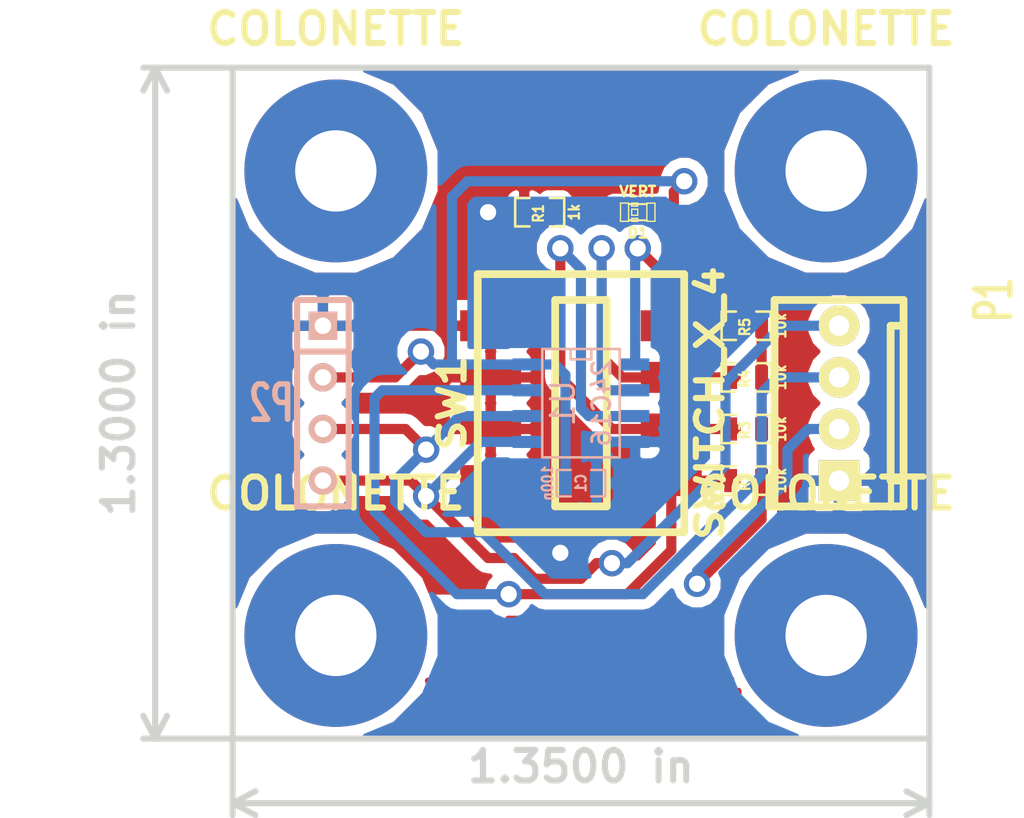
<source format=kicad_pcb>
(kicad_pcb (version 3) (host pcbnew "(2013-07-07 BZR 4022)-stable")

  (general
    (links 29)
    (no_connects 0)
    (area 232.665001 172.1866 283.1973 214.155)
    (thickness 1.6)
    (drawings 5)
    (tracks 129)
    (zones 0)
    (modules 15)
    (nets 10)
  )

  (page A3)
  (layers
    (15 Dessus.Cu signal)
    (0 Dessous.Cu signal)
    (16 Dessous.Adhes user)
    (17 Dessus.Adhes user)
    (18 Dessous.Pate user)
    (19 Dessus.Pate user)
    (20 Dessous.SilkS user)
    (21 Dessus.SilkS user)
    (22 Dessous.Masque user)
    (23 Dessus.Masque user)
    (24 Dessin.User user)
    (25 Cmts.User user)
    (26 Eco1.User user)
    (27 Eco2.User user)
    (28 Contours.Ci user)
  )

  (setup
    (last_trace_width 0.5)
    (user_trace_width 0.35)
    (user_trace_width 0.4)
    (user_trace_width 0.5)
    (user_trace_width 0.6)
    (trace_clearance 0.254)
    (zone_clearance 0.508)
    (zone_45_only no)
    (trace_min 0.254)
    (segment_width 0.2)
    (edge_width 0.1)
    (via_size 0.889)
    (via_drill 0.635)
    (via_min_size 0.889)
    (via_min_drill 0.508)
    (user_via 1.3 0.8)
    (uvia_size 0.508)
    (uvia_drill 0.127)
    (uvias_allowed no)
    (uvia_min_size 0.508)
    (uvia_min_drill 0.127)
    (pcb_text_width 0.3)
    (pcb_text_size 1.5 1.5)
    (mod_edge_width 0.15)
    (mod_text_size 1 1)
    (mod_text_width 0.15)
    (pad_size 1.5 1.5)
    (pad_drill 0.6)
    (pad_to_mask_clearance 0)
    (aux_axis_origin 0 0)
    (visible_elements 7FFF7FFF)
    (pcbplotparams
      (layerselection 3178497)
      (usegerberextensions true)
      (excludeedgelayer true)
      (linewidth 0.150000)
      (plotframeref false)
      (viasonmask false)
      (mode 1)
      (useauxorigin false)
      (hpglpennumber 1)
      (hpglpenspeed 20)
      (hpglpendiameter 15)
      (hpglpenoverlay 2)
      (psnegative false)
      (psa4output false)
      (plotreference true)
      (plotvalue true)
      (plotothertext true)
      (plotinvisibletext false)
      (padsonsilk false)
      (subtractmaskfromsilk false)
      (outputformat 1)
      (mirror false)
      (drillshape 1)
      (scaleselection 1)
      (outputdirectory ""))
  )

  (net 0 "")
  (net 1 +5VD)
  (net 2 /SCL)
  (net 3 /SDA)
  (net 4 /WP)
  (net 5 GND)
  (net 6 N-000001)
  (net 7 N-0000011)
  (net 8 N-0000012)
  (net 9 N-0000013)

  (net_class Default "Ceci est la Netclass par défaut"
    (clearance 0.254)
    (trace_width 0.254)
    (via_dia 0.889)
    (via_drill 0.635)
    (uvia_dia 0.508)
    (uvia_drill 0.127)
    (add_net "")
    (add_net +5VD)
    (add_net /SCL)
    (add_net /SDA)
    (add_net /WP)
    (add_net GND)
    (add_net N-000001)
    (add_net N-0000011)
    (add_net N-0000012)
    (add_net N-0000013)
  )

  (module SWCMS4 (layer Dessus.Cu) (tedit 531CDACB) (tstamp 53C83336)
    (at 261.62 191.77 270)
    (descr "Switch CMS 4 elements")
    (tags "SWITCH DEV")
    (path /53C832E9)
    (fp_text reference SW1 (at 0 6.35 270) (layer Dessus.SilkS)
      (effects (font (size 1.27 1.524) (thickness 0.3048)))
    )
    (fp_text value SWITCH_X_4 (at 0 -6.35 270) (layer Dessus.SilkS)
      (effects (font (size 1.27 1.524) (thickness 0.3048)))
    )
    (fp_line (start 5.08 -1.27) (end 5.08 1.27) (layer Dessus.SilkS) (width 0.381))
    (fp_line (start 5.08 1.27) (end -5.08 1.27) (layer Dessus.SilkS) (width 0.381))
    (fp_line (start -5.08 1.27) (end -5.08 -1.27) (layer Dessus.SilkS) (width 0.381))
    (fp_line (start -5.08 -1.27) (end 5.08 -1.27) (layer Dessus.SilkS) (width 0.381))
    (fp_line (start -6.35 5.08) (end -6.35 -5.08) (layer Dessus.SilkS) (width 0.381))
    (fp_line (start -6.35 -5.08) (end 6.35 -5.08) (layer Dessus.SilkS) (width 0.381))
    (fp_line (start 6.35 -5.08) (end 6.35 5.08) (layer Dessus.SilkS) (width 0.381))
    (fp_line (start 6.35 5.08) (end -6.35 5.08) (layer Dessus.SilkS) (width 0.381))
    (pad 1 smd rect (at -3.81 4.445 270) (size 1.524 3)
      (layers Dessus.Cu Dessus.Pate Dessus.Masque)
      (net 5 GND)
    )
    (pad 2 smd rect (at -1.27 4.445 270) (size 1.524 3)
      (layers Dessus.Cu Dessus.Pate Dessus.Masque)
      (net 5 GND)
    )
    (pad 3 smd rect (at 1.27 4.445 270) (size 1.524 3)
      (layers Dessus.Cu Dessus.Pate Dessus.Masque)
      (net 5 GND)
    )
    (pad 4 smd rect (at 3.81 4.445 270) (size 1.524 3)
      (layers Dessus.Cu Dessus.Pate Dessus.Masque)
      (net 5 GND)
    )
    (pad 5 smd rect (at 3.81 -4.445 270) (size 1.524 3)
      (layers Dessus.Cu Dessus.Pate Dessus.Masque)
      (net 4 /WP)
    )
    (pad 6 smd rect (at 1.27 -4.445 270) (size 1.524 3)
      (layers Dessus.Cu Dessus.Pate Dessus.Masque)
      (net 7 N-0000011)
    )
    (pad 7 smd rect (at -1.27 -4.445 270) (size 1.524 3)
      (layers Dessus.Cu Dessus.Pate Dessus.Masque)
      (net 8 N-0000012)
    )
    (pad 8 smd rect (at -3.81 -4.445 270) (size 1.524 3)
      (layers Dessus.Cu Dessus.Pate Dessus.Masque)
      (net 9 N-0000013)
    )
    (model ../../git-f4deb-cen-electronic-library/wings/CMS-ds04.wrl
      (at (xyz 0 0 0))
      (scale (xyz 1 1 1))
      (rotate (xyz 0 0 0))
    )
  )

  (module SO8E (layer Dessous.Cu) (tedit 4F33A5C7) (tstamp 53C8334A)
    (at 261.62 191.77 270)
    (descr "module CMS SOJ 8 pins etroit")
    (tags "CMS SOJ")
    (path /53C832AF)
    (attr smd)
    (fp_text reference U1 (at 0 0.889 270) (layer Dessous.SilkS)
      (effects (font (size 1.143 1.143) (thickness 0.1524)) (justify mirror))
    )
    (fp_text value 24C16 (at 0 -1.016 270) (layer Dessous.SilkS)
      (effects (font (size 0.889 0.889) (thickness 0.1524)) (justify mirror))
    )
    (fp_line (start -2.667 -1.778) (end -2.667 -1.905) (layer Dessous.SilkS) (width 0.127))
    (fp_line (start -2.667 -1.905) (end 2.667 -1.905) (layer Dessous.SilkS) (width 0.127))
    (fp_line (start 2.667 1.905) (end -2.667 1.905) (layer Dessous.SilkS) (width 0.127))
    (fp_line (start -2.667 1.905) (end -2.667 -1.778) (layer Dessous.SilkS) (width 0.127))
    (fp_line (start -2.667 0.508) (end -2.159 0.508) (layer Dessous.SilkS) (width 0.127))
    (fp_line (start -2.159 0.508) (end -2.159 -0.508) (layer Dessous.SilkS) (width 0.127))
    (fp_line (start -2.159 -0.508) (end -2.667 -0.508) (layer Dessous.SilkS) (width 0.127))
    (fp_line (start 2.667 1.905) (end 2.667 -1.905) (layer Dessous.SilkS) (width 0.127))
    (pad 8 smd rect (at -1.905 2.667 270) (size 0.59944 1.39954)
      (layers Dessous.Cu Dessous.Pate Dessous.Masque)
      (net 1 +5VD)
    )
    (pad 1 smd rect (at -1.905 -2.667 270) (size 0.59944 1.39954)
      (layers Dessous.Cu Dessous.Pate Dessous.Masque)
      (net 9 N-0000013)
    )
    (pad 7 smd rect (at -0.635 2.667 270) (size 0.59944 1.39954)
      (layers Dessous.Cu Dessous.Pate Dessous.Masque)
      (net 4 /WP)
    )
    (pad 6 smd rect (at 0.635 2.667 270) (size 0.59944 1.39954)
      (layers Dessous.Cu Dessous.Pate Dessous.Masque)
      (net 2 /SCL)
    )
    (pad 5 smd rect (at 1.905 2.667 270) (size 0.59944 1.39954)
      (layers Dessous.Cu Dessous.Pate Dessous.Masque)
      (net 3 /SDA)
    )
    (pad 2 smd rect (at -0.635 -2.667 270) (size 0.59944 1.39954)
      (layers Dessous.Cu Dessous.Pate Dessous.Masque)
      (net 8 N-0000012)
    )
    (pad 3 smd rect (at 0.635 -2.667 270) (size 0.59944 1.39954)
      (layers Dessous.Cu Dessous.Pate Dessous.Masque)
      (net 7 N-0000011)
    )
    (pad 4 smd rect (at 1.905 -2.667 270) (size 0.59944 1.39954)
      (layers Dessous.Cu Dessous.Pate Dessous.Masque)
      (net 5 GND)
    )
    (model smd/cms_so8.wrl
      (at (xyz 0 0 0))
      (scale (xyz 0.5 0.32 0.5))
      (rotate (xyz 0 0 0))
    )
  )

  (module SM0603_Resistor (layer Dessus.Cu) (tedit 5051B21B) (tstamp 53C83356)
    (at 269.748 193.04 180)
    (path /53C83302)
    (attr smd)
    (fp_text reference R3 (at 0.0635 -0.0635 270) (layer Dessus.SilkS)
      (effects (font (size 0.50038 0.4572) (thickness 0.1143)))
    )
    (fp_text value 10k (at -1.69926 0 270) (layer Dessus.SilkS)
      (effects (font (size 0.508 0.4572) (thickness 0.1143)))
    )
    (fp_line (start -0.50038 -0.6985) (end -1.2065 -0.6985) (layer Dessus.SilkS) (width 0.127))
    (fp_line (start -1.2065 -0.6985) (end -1.2065 0.6985) (layer Dessus.SilkS) (width 0.127))
    (fp_line (start -1.2065 0.6985) (end -0.50038 0.6985) (layer Dessus.SilkS) (width 0.127))
    (fp_line (start 1.2065 -0.6985) (end 0.50038 -0.6985) (layer Dessus.SilkS) (width 0.127))
    (fp_line (start 1.2065 -0.6985) (end 1.2065 0.6985) (layer Dessus.SilkS) (width 0.127))
    (fp_line (start 1.2065 0.6985) (end 0.50038 0.6985) (layer Dessus.SilkS) (width 0.127))
    (pad 1 smd rect (at -0.762 0 180) (size 0.635 1.143)
      (layers Dessus.Cu Dessus.Pate Dessus.Masque)
      (net 1 +5VD)
    )
    (pad 2 smd rect (at 0.762 0 180) (size 0.635 1.143)
      (layers Dessus.Cu Dessus.Pate Dessus.Masque)
      (net 7 N-0000011)
    )
    (model smd\resistors\R0603.wrl
      (at (xyz 0 0 0.001))
      (scale (xyz 0.5 0.5 0.5))
      (rotate (xyz 0 0 0))
    )
  )

  (module SM0603_Resistor (layer Dessus.Cu) (tedit 5051B21B) (tstamp 53C8363C)
    (at 269.748 190.5 180)
    (path /53C83311)
    (attr smd)
    (fp_text reference R4 (at 0.0635 -0.0635 270) (layer Dessus.SilkS)
      (effects (font (size 0.50038 0.4572) (thickness 0.1143)))
    )
    (fp_text value 10k (at -1.69926 0 270) (layer Dessus.SilkS)
      (effects (font (size 0.508 0.4572) (thickness 0.1143)))
    )
    (fp_line (start -0.50038 -0.6985) (end -1.2065 -0.6985) (layer Dessus.SilkS) (width 0.127))
    (fp_line (start -1.2065 -0.6985) (end -1.2065 0.6985) (layer Dessus.SilkS) (width 0.127))
    (fp_line (start -1.2065 0.6985) (end -0.50038 0.6985) (layer Dessus.SilkS) (width 0.127))
    (fp_line (start 1.2065 -0.6985) (end 0.50038 -0.6985) (layer Dessus.SilkS) (width 0.127))
    (fp_line (start 1.2065 -0.6985) (end 1.2065 0.6985) (layer Dessus.SilkS) (width 0.127))
    (fp_line (start 1.2065 0.6985) (end 0.50038 0.6985) (layer Dessus.SilkS) (width 0.127))
    (pad 1 smd rect (at -0.762 0 180) (size 0.635 1.143)
      (layers Dessus.Cu Dessus.Pate Dessus.Masque)
      (net 1 +5VD)
    )
    (pad 2 smd rect (at 0.762 0 180) (size 0.635 1.143)
      (layers Dessus.Cu Dessus.Pate Dessus.Masque)
      (net 8 N-0000012)
    )
    (model smd\resistors\R0603.wrl
      (at (xyz 0 0 0.001))
      (scale (xyz 0.5 0.5 0.5))
      (rotate (xyz 0 0 0))
    )
  )

  (module SM0603_Resistor (layer Dessus.Cu) (tedit 5051B21B) (tstamp 53C8336E)
    (at 269.748 187.96 180)
    (path /53C83320)
    (attr smd)
    (fp_text reference R5 (at 0.0635 -0.0635 270) (layer Dessus.SilkS)
      (effects (font (size 0.50038 0.4572) (thickness 0.1143)))
    )
    (fp_text value 10k (at -1.69926 0 270) (layer Dessus.SilkS)
      (effects (font (size 0.508 0.4572) (thickness 0.1143)))
    )
    (fp_line (start -0.50038 -0.6985) (end -1.2065 -0.6985) (layer Dessus.SilkS) (width 0.127))
    (fp_line (start -1.2065 -0.6985) (end -1.2065 0.6985) (layer Dessus.SilkS) (width 0.127))
    (fp_line (start -1.2065 0.6985) (end -0.50038 0.6985) (layer Dessus.SilkS) (width 0.127))
    (fp_line (start 1.2065 -0.6985) (end 0.50038 -0.6985) (layer Dessus.SilkS) (width 0.127))
    (fp_line (start 1.2065 -0.6985) (end 1.2065 0.6985) (layer Dessus.SilkS) (width 0.127))
    (fp_line (start 1.2065 0.6985) (end 0.50038 0.6985) (layer Dessus.SilkS) (width 0.127))
    (pad 1 smd rect (at -0.762 0 180) (size 0.635 1.143)
      (layers Dessus.Cu Dessus.Pate Dessus.Masque)
      (net 1 +5VD)
    )
    (pad 2 smd rect (at 0.762 0 180) (size 0.635 1.143)
      (layers Dessus.Cu Dessus.Pate Dessus.Masque)
      (net 9 N-0000013)
    )
    (model smd\resistors\R0603.wrl
      (at (xyz 0 0 0.001))
      (scale (xyz 0.5 0.5 0.5))
      (rotate (xyz 0 0 0))
    )
  )

  (module SM0603_Resistor (layer Dessus.Cu) (tedit 5051B21B) (tstamp 53C8337A)
    (at 269.748 195.58 180)
    (path /53C8332F)
    (attr smd)
    (fp_text reference R2 (at 0.0635 -0.0635 270) (layer Dessus.SilkS)
      (effects (font (size 0.50038 0.4572) (thickness 0.1143)))
    )
    (fp_text value 10k (at -1.69926 0 270) (layer Dessus.SilkS)
      (effects (font (size 0.508 0.4572) (thickness 0.1143)))
    )
    (fp_line (start -0.50038 -0.6985) (end -1.2065 -0.6985) (layer Dessus.SilkS) (width 0.127))
    (fp_line (start -1.2065 -0.6985) (end -1.2065 0.6985) (layer Dessus.SilkS) (width 0.127))
    (fp_line (start -1.2065 0.6985) (end -0.50038 0.6985) (layer Dessus.SilkS) (width 0.127))
    (fp_line (start 1.2065 -0.6985) (end 0.50038 -0.6985) (layer Dessus.SilkS) (width 0.127))
    (fp_line (start 1.2065 -0.6985) (end 1.2065 0.6985) (layer Dessus.SilkS) (width 0.127))
    (fp_line (start 1.2065 0.6985) (end 0.50038 0.6985) (layer Dessus.SilkS) (width 0.127))
    (pad 1 smd rect (at -0.762 0 180) (size 0.635 1.143)
      (layers Dessus.Cu Dessus.Pate Dessus.Masque)
      (net 1 +5VD)
    )
    (pad 2 smd rect (at 0.762 0 180) (size 0.635 1.143)
      (layers Dessus.Cu Dessus.Pate Dessus.Masque)
      (net 4 /WP)
    )
    (model smd\resistors\R0603.wrl
      (at (xyz 0 0 0.001))
      (scale (xyz 0.5 0.5 0.5))
      (rotate (xyz 0 0 0))
    )
  )

  (module SM0603_Resistor (layer Dessus.Cu) (tedit 5051B21B) (tstamp 53C83386)
    (at 259.588 182.372 180)
    (path /53C83659)
    (attr smd)
    (fp_text reference R1 (at 0.0635 -0.0635 270) (layer Dessus.SilkS)
      (effects (font (size 0.50038 0.4572) (thickness 0.1143)))
    )
    (fp_text value 1k (at -1.69926 0 270) (layer Dessus.SilkS)
      (effects (font (size 0.508 0.4572) (thickness 0.1143)))
    )
    (fp_line (start -0.50038 -0.6985) (end -1.2065 -0.6985) (layer Dessus.SilkS) (width 0.127))
    (fp_line (start -1.2065 -0.6985) (end -1.2065 0.6985) (layer Dessus.SilkS) (width 0.127))
    (fp_line (start -1.2065 0.6985) (end -0.50038 0.6985) (layer Dessus.SilkS) (width 0.127))
    (fp_line (start 1.2065 -0.6985) (end 0.50038 -0.6985) (layer Dessus.SilkS) (width 0.127))
    (fp_line (start 1.2065 -0.6985) (end 1.2065 0.6985) (layer Dessus.SilkS) (width 0.127))
    (fp_line (start 1.2065 0.6985) (end 0.50038 0.6985) (layer Dessus.SilkS) (width 0.127))
    (pad 1 smd rect (at -0.762 0 180) (size 0.635 1.143)
      (layers Dessus.Cu Dessus.Pate Dessus.Masque)
      (net 6 N-000001)
    )
    (pad 2 smd rect (at 0.762 0 180) (size 0.635 1.143)
      (layers Dessus.Cu Dessus.Pate Dessus.Masque)
      (net 5 GND)
    )
    (model smd\resistors\R0603.wrl
      (at (xyz 0 0 0.001))
      (scale (xyz 0.5 0.5 0.5))
      (rotate (xyz 0 0 0))
    )
  )

  (module SM0603_Capa (layer Dessous.Cu) (tedit 5051B1EC) (tstamp 53C83392)
    (at 261.62 195.707)
    (path /53C83743)
    (attr smd)
    (fp_text reference C1 (at 0 0 270) (layer Dessous.SilkS)
      (effects (font (size 0.508 0.4572) (thickness 0.1143)) (justify mirror))
    )
    (fp_text value 100n (at -1.651 0 270) (layer Dessous.SilkS)
      (effects (font (size 0.508 0.4572) (thickness 0.1143)) (justify mirror))
    )
    (fp_line (start 0.50038 -0.65024) (end 1.19888 -0.65024) (layer Dessous.SilkS) (width 0.11938))
    (fp_line (start -0.50038 -0.65024) (end -1.19888 -0.65024) (layer Dessous.SilkS) (width 0.11938))
    (fp_line (start 0.50038 0.65024) (end 1.19888 0.65024) (layer Dessous.SilkS) (width 0.11938))
    (fp_line (start -1.19888 0.65024) (end -0.50038 0.65024) (layer Dessous.SilkS) (width 0.11938))
    (fp_line (start 1.19888 0.635) (end 1.19888 -0.635) (layer Dessous.SilkS) (width 0.11938))
    (fp_line (start -1.19888 -0.635) (end -1.19888 0.635) (layer Dessous.SilkS) (width 0.11938))
    (pad 1 smd rect (at -0.762 0) (size 0.635 1.143)
      (layers Dessous.Cu Dessous.Pate Dessous.Masque)
      (net 1 +5VD)
    )
    (pad 2 smd rect (at 0.762 0) (size 0.635 1.143)
      (layers Dessous.Cu Dessous.Pate Dessous.Masque)
      (net 5 GND)
    )
    (model smd\capacitors\C0603.wrl
      (at (xyz 0 0 0.001))
      (scale (xyz 0.5 0.5 0.5))
      (rotate (xyz 0 0 0))
    )
  )

  (module LED-0603 (layer Dessus.Cu) (tedit 4E16AFB4) (tstamp 53C833AE)
    (at 264.414 182.372 180)
    (descr "LED 0603 smd package")
    (tags "LED led 0603 SMD smd SMT smt smdled SMDLED smtled SMTLED")
    (path /53C83668)
    (attr smd)
    (fp_text reference D1 (at 0 -1.016 180) (layer Dessus.SilkS)
      (effects (font (size 0.508 0.508) (thickness 0.127)))
    )
    (fp_text value VERT (at 0 1.016 180) (layer Dessus.SilkS)
      (effects (font (size 0.508 0.508) (thickness 0.127)))
    )
    (fp_line (start 0.44958 -0.44958) (end 0.44958 0.44958) (layer Dessus.SilkS) (width 0.06604))
    (fp_line (start 0.44958 0.44958) (end 0.84836 0.44958) (layer Dessus.SilkS) (width 0.06604))
    (fp_line (start 0.84836 -0.44958) (end 0.84836 0.44958) (layer Dessus.SilkS) (width 0.06604))
    (fp_line (start 0.44958 -0.44958) (end 0.84836 -0.44958) (layer Dessus.SilkS) (width 0.06604))
    (fp_line (start -0.84836 -0.44958) (end -0.84836 0.44958) (layer Dessus.SilkS) (width 0.06604))
    (fp_line (start -0.84836 0.44958) (end -0.44958 0.44958) (layer Dessus.SilkS) (width 0.06604))
    (fp_line (start -0.44958 -0.44958) (end -0.44958 0.44958) (layer Dessus.SilkS) (width 0.06604))
    (fp_line (start -0.84836 -0.44958) (end -0.44958 -0.44958) (layer Dessus.SilkS) (width 0.06604))
    (fp_line (start 0 -0.44958) (end 0 -0.29972) (layer Dessus.SilkS) (width 0.06604))
    (fp_line (start 0 -0.29972) (end 0.29972 -0.29972) (layer Dessus.SilkS) (width 0.06604))
    (fp_line (start 0.29972 -0.44958) (end 0.29972 -0.29972) (layer Dessus.SilkS) (width 0.06604))
    (fp_line (start 0 -0.44958) (end 0.29972 -0.44958) (layer Dessus.SilkS) (width 0.06604))
    (fp_line (start 0 0.29972) (end 0 0.44958) (layer Dessus.SilkS) (width 0.06604))
    (fp_line (start 0 0.44958) (end 0.29972 0.44958) (layer Dessus.SilkS) (width 0.06604))
    (fp_line (start 0.29972 0.29972) (end 0.29972 0.44958) (layer Dessus.SilkS) (width 0.06604))
    (fp_line (start 0 0.29972) (end 0.29972 0.29972) (layer Dessus.SilkS) (width 0.06604))
    (fp_line (start 0 -0.14986) (end 0 0.14986) (layer Dessus.SilkS) (width 0.06604))
    (fp_line (start 0 0.14986) (end 0.29972 0.14986) (layer Dessus.SilkS) (width 0.06604))
    (fp_line (start 0.29972 -0.14986) (end 0.29972 0.14986) (layer Dessus.SilkS) (width 0.06604))
    (fp_line (start 0 -0.14986) (end 0.29972 -0.14986) (layer Dessus.SilkS) (width 0.06604))
    (fp_line (start 0.44958 -0.39878) (end -0.44958 -0.39878) (layer Dessus.SilkS) (width 0.1016))
    (fp_line (start 0.44958 0.39878) (end -0.44958 0.39878) (layer Dessus.SilkS) (width 0.1016))
    (pad 1 smd rect (at -0.7493 0 180) (size 0.79756 0.79756)
      (layers Dessus.Cu Dessus.Pate Dessus.Masque)
      (net 1 +5VD)
    )
    (pad 2 smd rect (at 0.7493 0 180) (size 0.79756 0.79756)
      (layers Dessus.Cu Dessus.Pate Dessus.Masque)
      (net 6 N-000001)
    )
    (model ../../git-f4deb-cen-electronic-library/wings/LED_0603_VERT.wrl
      (at (xyz 0 0 0))
      (scale (xyz 1 1 1))
      (rotate (xyz 0 0 0))
    )
  )

  (module KK-4 (layer Dessus.Cu) (tedit 4A107EDD) (tstamp 53C833BD)
    (at 274.32 187.96 270)
    (descr "Connecteur 4 pibs")
    (tags "CONN DEV")
    (path /53C834FF)
    (fp_text reference P1 (at -1.27 -7.62 270) (layer Dessus.SilkS)
      (effects (font (size 1.73482 1.08712) (thickness 0.27178)))
    )
    (fp_text value CONN_4 (at -5.08 -5.08 270) (layer Dessus.SilkS) hide
      (effects (font (size 1.524 1.016) (thickness 0.3048)))
    )
    (fp_line (start 7.62 -3.175) (end 7.62 -2.54) (layer Dessus.SilkS) (width 0.381))
    (fp_line (start 7.62 -2.54) (end 0 -2.54) (layer Dessus.SilkS) (width 0.381))
    (fp_line (start 0 -2.54) (end 0 -3.175) (layer Dessus.SilkS) (width 0.381))
    (fp_line (start -1.27 3.175) (end 8.89 3.175) (layer Dessus.SilkS) (width 0.381))
    (fp_line (start 8.89 3.175) (end 8.89 -3.175) (layer Dessus.SilkS) (width 0.381))
    (fp_line (start 8.89 -3.175) (end -1.27 -3.175) (layer Dessus.SilkS) (width 0.381))
    (fp_line (start -1.27 -3.175) (end -1.27 3.175) (layer Dessus.SilkS) (width 0.381))
    (pad 1 thru_hole rect (at 7.62 0 270) (size 1.99898 1.99898) (drill 1.00076)
      (layers *.Cu *.Mask Dessus.SilkS)
      (net 5 GND)
    )
    (pad 2 thru_hole circle (at 5.08 0 270) (size 1.99898 1.99898) (drill 1.00076)
      (layers *.Cu *.Mask Dessus.SilkS)
      (net 1 +5VD)
    )
    (pad 3 thru_hole circle (at 2.54 0 270) (size 1.99898 1.99898) (drill 1.00076)
      (layers *.Cu *.Mask Dessus.SilkS)
      (net 2 /SCL)
    )
    (pad 4 thru_hole circle (at 0 0 270) (size 1.99898 1.99898) (drill 1.00076)
      (layers *.Cu *.Mask Dessus.SilkS)
      (net 3 /SDA)
    )
    (model ../../git-f4deb-cen-electronic-library/wings/KK-4.wrl
      (at (xyz 0 0 0))
      (scale (xyz 1 1 1))
      (rotate (xyz 0 0 0))
    )
  )

  (module COLONETTE (layer Dessus.Cu) (tedit 4FCFB52D) (tstamp 53C833D1)
    (at 273.685 180.34)
    (path /53C83A1A)
    (fp_text reference K1 (at 0 0) (layer Dessus.SilkS)
      (effects (font (size 1.524 1.524) (thickness 0.3048)))
    )
    (fp_text value COLONETTE (at 0 -6.985) (layer Dessus.SilkS)
      (effects (font (size 1.524 1.524) (thickness 0.3048)))
    )
    (pad 1 thru_hole circle (at 0 0) (size 8.99922 8.99922) (drill 4.0005)
      (layers *.Cu)
    )
    (model ../../git-f4deb-cen-electronic-library/wings/Colonette1.wrl
      (at (xyz 0 0 0))
      (scale (xyz 1 1 1))
      (rotate (xyz 0 0 0))
    )
  )

  (module COLONETTE (layer Dessus.Cu) (tedit 4FCFB52D) (tstamp 53C833D6)
    (at 273.685 203.2)
    (path /53C83A29)
    (fp_text reference K3 (at 0 0) (layer Dessus.SilkS)
      (effects (font (size 1.524 1.524) (thickness 0.3048)))
    )
    (fp_text value COLONETTE (at 0 -6.985) (layer Dessus.SilkS)
      (effects (font (size 1.524 1.524) (thickness 0.3048)))
    )
    (pad 1 thru_hole circle (at 0 0) (size 8.99922 8.99922) (drill 4.0005)
      (layers *.Cu)
    )
    (model ../../git-f4deb-cen-electronic-library/wings/Colonette1.wrl
      (at (xyz 0 0 0))
      (scale (xyz 1 1 1))
      (rotate (xyz 0 0 0))
    )
  )

  (module COLONETTE (layer Dessus.Cu) (tedit 4FCFB52D) (tstamp 53C833DB)
    (at 249.555 180.34)
    (path /53C83A38)
    (fp_text reference K2 (at 0 0) (layer Dessus.SilkS)
      (effects (font (size 1.524 1.524) (thickness 0.3048)))
    )
    (fp_text value COLONETTE (at 0 -6.985) (layer Dessus.SilkS)
      (effects (font (size 1.524 1.524) (thickness 0.3048)))
    )
    (pad 1 thru_hole circle (at 0 0) (size 8.99922 8.99922) (drill 4.0005)
      (layers *.Cu)
    )
    (model ../../git-f4deb-cen-electronic-library/wings/Colonette1.wrl
      (at (xyz 0 0 0))
      (scale (xyz 1 1 1))
      (rotate (xyz 0 0 0))
    )
  )

  (module COLONETTE (layer Dessus.Cu) (tedit 4FCFB52D) (tstamp 53C833E0)
    (at 249.555 203.2)
    (path /53C83A47)
    (fp_text reference K4 (at 0 0) (layer Dessus.SilkS)
      (effects (font (size 1.524 1.524) (thickness 0.3048)))
    )
    (fp_text value COLONETTE (at 0 -6.985) (layer Dessus.SilkS)
      (effects (font (size 1.524 1.524) (thickness 0.3048)))
    )
    (pad 1 thru_hole circle (at 0 0) (size 8.99922 8.99922) (drill 4.0005)
      (layers *.Cu)
    )
    (model ../../git-f4deb-cen-electronic-library/wings/Colonette1.wrl
      (at (xyz 0 0 0))
      (scale (xyz 1 1 1))
      (rotate (xyz 0 0 0))
    )
  )

  (module SIL-4 (layer Dessous.Cu) (tedit 53C841EB) (tstamp 53C833CC)
    (at 248.92 191.77 270)
    (descr "Connecteur 4 pibs")
    (tags "CONN DEV")
    (path /53C83AE7)
    (fp_text reference P2 (at 0 2.54 360) (layer Dessous.SilkS)
      (effects (font (size 1.73482 1.08712) (thickness 0.3048)) (justify mirror))
    )
    (fp_text value CONN_4 (at 0 2.54 270) (layer Dessous.SilkS) hide
      (effects (font (size 1.524 1.016) (thickness 0.3048)) (justify mirror))
    )
    (fp_line (start -5.08 1.27) (end -5.08 1.27) (layer Dessous.SilkS) (width 0.3048))
    (fp_line (start -5.08 -1.27) (end -5.08 1.27) (layer Dessous.SilkS) (width 0.3048))
    (fp_line (start -5.08 1.27) (end -5.08 1.27) (layer Dessous.SilkS) (width 0.3048))
    (fp_line (start -5.08 1.27) (end 5.08 1.27) (layer Dessous.SilkS) (width 0.3048))
    (fp_line (start 5.08 1.27) (end 5.08 -1.27) (layer Dessous.SilkS) (width 0.3048))
    (fp_line (start 5.08 -1.27) (end -5.08 -1.27) (layer Dessous.SilkS) (width 0.3048))
    (fp_line (start -2.54 -1.27) (end -2.54 1.27) (layer Dessous.SilkS) (width 0.3048))
    (pad 1 thru_hole rect (at -3.81 0 270) (size 1.397 1.397) (drill 0.8128)
      (layers *.Cu *.Mask Dessous.SilkS)
      (net 5 GND)
    )
    (pad 2 thru_hole circle (at -1.27 0 270) (size 1.397 1.397) (drill 0.8128)
      (layers *.Cu *.Mask Dessous.SilkS)
      (net 1 +5VD)
    )
    (pad 3 thru_hole circle (at 1.27 0 270) (size 1.397 1.397) (drill 0.8128)
      (layers *.Cu *.Mask Dessous.SilkS)
      (net 2 /SCL)
    )
    (pad 4 thru_hole circle (at 3.81 0 270) (size 1.397 1.397) (drill 0.8128)
      (layers *.Cu *.Mask Dessous.SilkS)
      (net 3 /SDA)
    )
    (model ../../git-f4deb-cen-electronic-library/wings/socket_1x4.wrl
      (at (xyz -0.1 0 0))
      (scale (xyz 1 1 1))
      (rotate (xyz 0 0 90))
    )
  )

  (dimension 33.02 (width 0.3) (layer Contours.Ci)
    (gr_text "33,020 mm" (at 239.315 191.77 90) (layer Contours.Ci)
      (effects (font (size 1.5 1.5) (thickness 0.3)))
    )
    (feature1 (pts (xy 278.765 175.26) (xy 237.965 175.26)))
    (feature2 (pts (xy 278.765 208.28) (xy 237.965 208.28)))
    (crossbar (pts (xy 240.665 208.28) (xy 240.665 175.26)))
    (arrow1a (pts (xy 240.665 175.26) (xy 241.25142 176.386503)))
    (arrow1b (pts (xy 240.665 175.26) (xy 240.07858 176.386503)))
    (arrow2a (pts (xy 240.665 208.28) (xy 241.25142 207.153497)))
    (arrow2b (pts (xy 240.665 208.28) (xy 240.07858 207.153497)))
  )
  (dimension 34.29 (width 0.3) (layer Contours.Ci)
    (gr_text "34,290 mm" (at 261.619999 212.804999) (layer Contours.Ci)
      (effects (font (size 1.5 1.5) (thickness 0.3)))
    )
    (feature1 (pts (xy 278.765 175.26) (xy 278.764999 214.154999)))
    (feature2 (pts (xy 244.475 175.26) (xy 244.474999 214.154999)))
    (crossbar (pts (xy 244.474999 211.454999) (xy 278.764999 211.454999)))
    (arrow1a (pts (xy 278.764999 211.454999) (xy 277.638496 212.041419)))
    (arrow1b (pts (xy 278.764999 211.454999) (xy 277.638496 210.868579)))
    (arrow2a (pts (xy 244.474999 211.454999) (xy 245.601502 212.041419)))
    (arrow2b (pts (xy 244.474999 211.454999) (xy 245.601502 210.868579)))
  )
  (gr_text F4DEB (at 261.366 178.054) (layer Dessus.Cu)
    (effects (font (size 1.5 1.5) (thickness 0.3)))
  )
  (gr_text "V0-10 07/14" (at 261.874 206.248) (layer Dessus.Cu)
    (effects (font (size 1.5 1.5) (thickness 0.3)))
  )
  (gr_text EEPROM_I2C (at 261.874 203.2) (layer Dessus.Cu)
    (effects (font (size 1.5 1.5) (thickness 0.3)))
  )

  (segment (start 271.78 194.945) (end 271.78 195.58) (width 0.5) (layer Dessous.Cu) (net 1))
  (segment (start 270.51 197.485) (end 270.51 196.85) (width 0.5) (layer Dessus.Cu) (net 1) (tstamp 53C83930))
  (segment (start 267.335 200.66) (end 270.51 197.485) (width 0.5) (layer Dessus.Cu) (net 1) (tstamp 53C8392F))
  (via (at 267.335 200.66) (size 1.3) (drill 0.8) (layers Dessus.Cu Dessous.Cu) (net 1))
  (segment (start 267.335 200.025) (end 267.335 200.66) (width 0.5) (layer Dessous.Cu) (net 1) (tstamp 53C8392C))
  (segment (start 271.78 195.58) (end 267.335 200.025) (width 0.5) (layer Dessous.Cu) (net 1) (tstamp 53C8392B))
  (segment (start 255.27 189.865) (end 255.27 181.61) (width 0.5) (layer Dessous.Cu) (net 1))
  (segment (start 266.192 181.356) (end 266.192 182.372) (width 0.5) (layer Dessus.Cu) (net 1) (tstamp 53C83851))
  (segment (start 266.7 180.848) (end 266.192 181.356) (width 0.5) (layer Dessus.Cu) (net 1) (tstamp 53C83850))
  (via (at 266.7 180.848) (size 1.3) (drill 0.8) (layers Dessus.Cu Dessous.Cu) (net 1))
  (segment (start 256.032 180.848) (end 266.7 180.848) (width 0.5) (layer Dessous.Cu) (net 1) (tstamp 53C8384A))
  (segment (start 255.27 181.61) (end 256.032 180.848) (width 0.5) (layer Dessous.Cu) (net 1) (tstamp 53C83848))
  (segment (start 274.32 193.04) (end 272.796 193.04) (width 0.5) (layer Dessous.Cu) (net 1))
  (segment (start 270.51 196.85) (end 270.51 195.58) (width 0.5) (layer Dessus.Cu) (net 1) (tstamp 53C83933))
  (segment (start 271.78 194.056) (end 271.78 194.945) (width 0.5) (layer Dessous.Cu) (net 1) (tstamp 53C83810))
  (segment (start 272.796 193.04) (end 271.78 194.056) (width 0.5) (layer Dessous.Cu) (net 1) (tstamp 53C8380A))
  (segment (start 255.27 189.865) (end 254.381 189.865) (width 0.5) (layer Dessous.Cu) (net 1))
  (segment (start 254.381 189.865) (end 253.746 189.23) (width 0.5) (layer Dessous.Cu) (net 1) (tstamp 53C8377C))
  (segment (start 255.27 189.865) (end 258.953 189.865) (width 0.5) (layer Dessous.Cu) (net 1) (tstamp 53C8377A))
  (segment (start 260.858 195.707) (end 260.858 190.373) (width 0.5) (layer Dessous.Cu) (net 1))
  (segment (start 260.35 189.865) (end 258.953 189.865) (width 0.5) (layer Dessous.Cu) (net 1) (tstamp 53C83721))
  (segment (start 260.858 190.373) (end 260.35 189.865) (width 0.5) (layer Dessous.Cu) (net 1) (tstamp 53C83720))
  (segment (start 265.1633 182.372) (end 266.192 182.372) (width 0.5) (layer Dessus.Cu) (net 1))
  (segment (start 270.51 186.69) (end 270.51 187.96) (width 0.5) (layer Dessus.Cu) (net 1) (tstamp 53C83719))
  (segment (start 266.192 182.372) (end 270.51 186.69) (width 0.5) (layer Dessus.Cu) (net 1) (tstamp 53C83718))
  (segment (start 270.51 190.5) (end 270.51 187.96) (width 0.5) (layer Dessus.Cu) (net 1))
  (segment (start 270.51 193.04) (end 270.51 190.5) (width 0.5) (layer Dessus.Cu) (net 1))
  (segment (start 270.51 195.58) (end 270.51 193.04) (width 0.5) (layer Dessus.Cu) (net 1))
  (via (at 253.746 189.23) (size 1.3) (drill 0.8) (layers Dessus.Cu Dessous.Cu) (net 1))
  (segment (start 253.746 189.23) (end 252.476 190.5) (width 0.5) (layer Dessus.Cu) (net 1) (tstamp 53C8377E))
  (segment (start 252.476 190.5) (end 248.92 190.5) (width 0.5) (layer Dessus.Cu) (net 1) (tstamp 53C8377F))
  (segment (start 252.984 193.04) (end 248.92 193.04) (width 0.5) (layer Dessus.Cu) (net 2) (tstamp 53C83788))
  (segment (start 254 194.056) (end 252.984 193.04) (width 0.5) (layer Dessus.Cu) (net 2) (tstamp 53C83787))
  (via (at 254 194.056) (size 1.3) (drill 0.8) (layers Dessus.Cu Dessous.Cu) (net 2))
  (segment (start 254 194.056) (end 252.984 195.072) (width 0.5) (layer Dessous.Cu) (net 2))
  (segment (start 252.984 195.072) (end 252.476 195.58) (width 0.5) (layer Dessous.Cu) (net 2) (tstamp 53C837CB))
  (segment (start 255.651 192.405) (end 254 194.056) (width 0.5) (layer Dessous.Cu) (net 2) (tstamp 53C83785))
  (segment (start 271.272 190.5) (end 274.32 190.5) (width 0.5) (layer Dessous.Cu) (net 2) (tstamp 53C837D8))
  (segment (start 270.51 191.262) (end 271.272 190.5) (width 0.5) (layer Dessous.Cu) (net 2) (tstamp 53C837D7))
  (segment (start 270.51 195.326) (end 270.51 191.262) (width 0.5) (layer Dessous.Cu) (net 2) (tstamp 53C837D5))
  (segment (start 264.668 201.168) (end 270.51 195.326) (width 0.5) (layer Dessous.Cu) (net 2) (tstamp 53C837D3))
  (segment (start 259.842 201.168) (end 264.668 201.168) (width 0.5) (layer Dessous.Cu) (net 2) (tstamp 53C837D1))
  (segment (start 256.794 198.12) (end 259.842 201.168) (width 0.5) (layer Dessous.Cu) (net 2) (tstamp 53C837CF))
  (segment (start 254 198.12) (end 256.794 198.12) (width 0.5) (layer Dessous.Cu) (net 2) (tstamp 53C837CE))
  (segment (start 252.476 196.596) (end 254 198.12) (width 0.5) (layer Dessous.Cu) (net 2) (tstamp 53C837CD))
  (segment (start 252.476 195.58) (end 252.476 196.596) (width 0.5) (layer Dessous.Cu) (net 2) (tstamp 53C837CC))
  (segment (start 256.032 192.405) (end 255.651 192.405) (width 0.5) (layer Dessous.Cu) (net 2))
  (segment (start 256.032 192.405) (end 258.953 192.405) (width 0.5) (layer Dessous.Cu) (net 2) (tstamp 53C83783))
  (segment (start 248.92 195.58) (end 253.238 195.58) (width 0.5) (layer Dessus.Cu) (net 3))
  (segment (start 253.238 195.58) (end 254 196.342) (width 0.5) (layer Dessus.Cu) (net 3) (tstamp 53C837AB))
  (segment (start 263.144 199.644) (end 262.382 199.644) (width 0.5) (layer Dessus.Cu) (net 3))
  (segment (start 257.048 199.39) (end 254 196.342) (width 0.5) (layer Dessus.Cu) (net 3) (tstamp 53C83803))
  (segment (start 258.318 199.39) (end 257.048 199.39) (width 0.5) (layer Dessus.Cu) (net 3) (tstamp 53C83802))
  (segment (start 259.341998 200.413998) (end 258.318 199.39) (width 0.5) (layer Dessus.Cu) (net 3) (tstamp 53C83801))
  (segment (start 261.612002 200.413998) (end 259.341998 200.413998) (width 0.5) (layer Dessus.Cu) (net 3) (tstamp 53C837FF))
  (segment (start 262.382 199.644) (end 261.612002 200.413998) (width 0.5) (layer Dessus.Cu) (net 3) (tstamp 53C837FE))
  (via (at 254 196.342) (size 1.3) (drill 0.8) (layers Dessus.Cu Dessous.Cu) (net 3))
  (via (at 263.144 199.644) (size 1.3) (drill 0.8) (layers Dessus.Cu Dessous.Cu) (net 3))
  (segment (start 268.732 194.818) (end 263.906 199.644) (width 0.5) (layer Dessous.Cu) (net 3) (tstamp 53C837E4))
  (segment (start 268.732 190.754) (end 268.732 194.818) (width 0.5) (layer Dessous.Cu) (net 3) (tstamp 53C837E2))
  (segment (start 263.144 199.644) (end 263.906 199.644) (width 0.5) (layer Dessous.Cu) (net 3))
  (segment (start 254 196.342) (end 256.667 193.675) (width 0.5) (layer Dessous.Cu) (net 3) (tstamp 53C837AD))
  (segment (start 271.526 187.96) (end 268.732 190.754) (width 0.5) (layer Dessous.Cu) (net 3) (tstamp 53C837DB))
  (segment (start 274.32 187.96) (end 271.526 187.96) (width 0.5) (layer Dessous.Cu) (net 3))
  (segment (start 256.667 193.675) (end 258.953 193.675) (width 0.5) (layer Dessous.Cu) (net 3) (tstamp 53C837AE))
  (segment (start 255.27 191.135) (end 251.841 191.135) (width 0.5) (layer Dessous.Cu) (net 4))
  (segment (start 255.524 201.168) (end 258.064 201.168) (width 0.5) (layer Dessous.Cu) (net 4) (tstamp 53C837C7))
  (segment (start 251.46 197.104) (end 255.524 201.168) (width 0.5) (layer Dessous.Cu) (net 4) (tstamp 53C837C5))
  (segment (start 251.46 191.516) (end 251.46 197.104) (width 0.5) (layer Dessous.Cu) (net 4) (tstamp 53C837C4))
  (segment (start 251.841 191.135) (end 251.46 191.516) (width 0.5) (layer Dessous.Cu) (net 4) (tstamp 53C837C3))
  (via (at 258.064 201.168) (size 1.3) (drill 0.8) (layers Dessus.Cu Dessous.Cu) (net 4))
  (segment (start 266.065 195.58) (end 266.065 199.009) (width 0.5) (layer Dessus.Cu) (net 4))
  (segment (start 255.27 191.135) (end 258.953 191.135) (width 0.5) (layer Dessous.Cu) (net 4) (tstamp 53C837C1))
  (segment (start 263.906 201.168) (end 258.064 201.168) (width 0.5) (layer Dessus.Cu) (net 4) (tstamp 53C8378C))
  (segment (start 266.065 199.009) (end 263.906 201.168) (width 0.5) (layer Dessus.Cu) (net 4) (tstamp 53C8378B))
  (segment (start 266.065 195.58) (end 269.24 195.58) (width 0.5) (layer Dessus.Cu) (net 4))
  (segment (start 269.24 195.58) (end 268.986 195.58) (width 0.5) (layer Dessus.Cu) (net 4) (tstamp 53C836FE))
  (segment (start 257.175 184.912) (end 257.175 182.499) (width 0.5) (layer Dessus.Cu) (net 5))
  (segment (start 257.175 182.499) (end 257.048 182.372) (width 0.5) (layer Dessus.Cu) (net 5) (tstamp 53C8382B))
  (segment (start 274.32 195.58) (end 275.59 195.58) (width 0.5) (layer Dessous.Cu) (net 5))
  (segment (start 275.59 195.58) (end 276.352 194.818) (width 0.5) (layer Dessous.Cu) (net 5) (tstamp 53C8381A))
  (segment (start 276.352 194.818) (end 276.352 186.69) (width 0.5) (layer Dessous.Cu) (net 5) (tstamp 53C8381C))
  (segment (start 276.352 186.69) (end 275.844 186.182) (width 0.5) (layer Dessous.Cu) (net 5) (tstamp 53C8381D))
  (segment (start 275.844 186.182) (end 270.51 186.182) (width 0.5) (layer Dessous.Cu) (net 5) (tstamp 53C8381E))
  (segment (start 270.51 186.182) (end 266.7 182.372) (width 0.5) (layer Dessous.Cu) (net 5) (tstamp 53C8381F))
  (segment (start 266.7 182.372) (end 257.048 182.372) (width 0.5) (layer Dessous.Cu) (net 5) (tstamp 53C83821))
  (via (at 257.048 182.372) (size 1.3) (drill 0.8) (layers Dessus.Cu Dessous.Cu) (net 5))
  (segment (start 257.048 182.372) (end 258.826 182.372) (width 0.5) (layer Dessus.Cu) (net 5) (tstamp 53C83826))
  (segment (start 257.175 195.58) (end 257.175 196.723) (width 0.5) (layer Dessus.Cu) (net 5))
  (segment (start 262.382 197.358) (end 262.382 195.707) (width 0.5) (layer Dessous.Cu) (net 5) (tstamp 53C837F8))
  (segment (start 260.604 199.136) (end 262.382 197.358) (width 0.5) (layer Dessous.Cu) (net 5) (tstamp 53C837F7))
  (via (at 260.604 199.136) (size 1.3) (drill 0.8) (layers Dessus.Cu Dessous.Cu) (net 5))
  (segment (start 259.588 199.136) (end 260.604 199.136) (width 0.5) (layer Dessus.Cu) (net 5) (tstamp 53C837F5))
  (segment (start 257.175 196.723) (end 259.588 199.136) (width 0.5) (layer Dessus.Cu) (net 5) (tstamp 53C837F4))
  (segment (start 262.382 195.707) (end 262.382 194.183) (width 0.5) (layer Dessous.Cu) (net 5))
  (segment (start 262.89 193.675) (end 264.287 193.675) (width 0.5) (layer Dessous.Cu) (net 5) (tstamp 53C83725))
  (segment (start 262.382 194.183) (end 262.89 193.675) (width 0.5) (layer Dessous.Cu) (net 5) (tstamp 53C83724))
  (segment (start 257.175 184.912) (end 257.175 187.96) (width 0.5) (layer Dessus.Cu) (net 5) (tstamp 53C83829))
  (segment (start 248.92 187.96) (end 257.175 187.96) (width 0.5) (layer Dessus.Cu) (net 5))
  (segment (start 257.175 193.04) (end 257.175 195.58) (width 0.5) (layer Dessus.Cu) (net 5))
  (segment (start 257.175 190.5) (end 257.175 193.04) (width 0.5) (layer Dessus.Cu) (net 5))
  (segment (start 257.175 187.96) (end 257.175 190.5) (width 0.5) (layer Dessus.Cu) (net 5))
  (segment (start 260.35 182.372) (end 263.6647 182.372) (width 0.5) (layer Dessus.Cu) (net 6))
  (segment (start 266.065 193.04) (end 263.144 193.04) (width 0.5) (layer Dessus.Cu) (net 7))
  (segment (start 262.001 192.405) (end 264.287 192.405) (width 0.5) (layer Dessous.Cu) (net 7) (tstamp 53C8376C))
  (segment (start 261.62 192.024) (end 262.001 192.405) (width 0.5) (layer Dessous.Cu) (net 7) (tstamp 53C8376B))
  (segment (start 261.62 185.166) (end 261.62 192.024) (width 0.5) (layer Dessous.Cu) (net 7) (tstamp 53C8376A))
  (segment (start 260.604 184.15) (end 261.62 185.166) (width 0.5) (layer Dessous.Cu) (net 7) (tstamp 53C83769))
  (via (at 260.604 184.15) (size 1.3) (drill 0.8) (layers Dessus.Cu Dessous.Cu) (net 7))
  (segment (start 260.604 190.5) (end 260.604 184.15) (width 0.5) (layer Dessus.Cu) (net 7) (tstamp 53C83766))
  (segment (start 263.144 193.04) (end 260.604 190.5) (width 0.5) (layer Dessus.Cu) (net 7) (tstamp 53C83765))
  (segment (start 266.065 193.04) (end 269.24 193.04) (width 0.5) (layer Dessus.Cu) (net 7))
  (segment (start 269.24 193.04) (end 268.986 193.04) (width 0.5) (layer Dessus.Cu) (net 7) (tstamp 53C836FC))
  (segment (start 266.065 190.5) (end 263.652 190.5) (width 0.5) (layer Dessus.Cu) (net 8))
  (segment (start 262.636 189.484) (end 262.636 184.15) (width 0.5) (layer Dessus.Cu) (net 8) (tstamp 53C83761))
  (segment (start 263.652 190.5) (end 262.636 189.484) (width 0.5) (layer Dessus.Cu) (net 8) (tstamp 53C83760))
  (segment (start 264.287 191.135) (end 263.017 191.135) (width 0.5) (layer Dessous.Cu) (net 8))
  (via (at 262.636 184.15) (size 1.3) (drill 0.8) (layers Dessus.Cu Dessous.Cu) (net 8))
  (segment (start 262.636 190.754) (end 262.636 184.15) (width 0.5) (layer Dessous.Cu) (net 8) (tstamp 53C83759))
  (segment (start 263.017 191.135) (end 262.636 190.754) (width 0.5) (layer Dessous.Cu) (net 8) (tstamp 53C83758))
  (segment (start 266.065 190.5) (end 268.986 190.5) (width 0.5) (layer Dessus.Cu) (net 8))
  (segment (start 268.986 190.5) (end 269.24 190.5) (width 0.5) (layer Dessus.Cu) (net 8) (tstamp 53C836F8))
  (segment (start 269.24 190.5) (end 268.986 190.5) (width 0.5) (layer Dessus.Cu) (net 8) (tstamp 53C836FA))
  (segment (start 264.287 189.865) (end 264.287 184.277) (width 0.5) (layer Dessous.Cu) (net 9))
  (segment (start 266.065 185.801) (end 266.065 187.96) (width 0.5) (layer Dessus.Cu) (net 9) (tstamp 53C83754))
  (segment (start 264.414 184.15) (end 266.065 185.801) (width 0.5) (layer Dessus.Cu) (net 9) (tstamp 53C83753))
  (via (at 264.414 184.15) (size 1.3) (drill 0.8) (layers Dessus.Cu Dessous.Cu) (net 9))
  (segment (start 264.287 184.277) (end 264.414 184.15) (width 0.5) (layer Dessous.Cu) (net 9) (tstamp 53C83751))
  (segment (start 266.065 187.96) (end 268.986 187.96) (width 0.5) (layer Dessus.Cu) (net 9))

  (zone (net 5) (net_name GND) (layer Dessus.Cu) (tstamp 53C838F2) (hatch edge 0.508)
    (connect_pads (clearance 0.508))
    (min_thickness 0.254)
    (fill (arc_segments 16) (thermal_gap 0.508) (thermal_bridge_width 0.508))
    (polygon
      (pts
        (xy 244.475 175.26) (xy 278.765 175.26) (xy 278.765 208.28) (xy 244.475 208.28)
      )
    )
    (filled_polygon
      (pts
        (xy 278.638 201.741464) (xy 278.040448 200.295277) (xy 276.59732 198.849628) (xy 275.954773 198.582819) (xy 275.954773 192.716306)
        (xy 275.706461 192.115346) (xy 275.361518 191.7698) (xy 275.704845 191.427073) (xy 275.954205 190.826546) (xy 275.954773 190.176306)
        (xy 275.706461 189.575346) (xy 275.361518 189.2298) (xy 275.704845 188.887073) (xy 275.954205 188.286546) (xy 275.954773 187.636306)
        (xy 275.706461 187.035346) (xy 275.247073 186.575155) (xy 274.646546 186.325795) (xy 273.996306 186.325227) (xy 273.395346 186.573539)
        (xy 272.935155 187.032927) (xy 272.685795 187.633454) (xy 272.685227 188.283694) (xy 272.933539 188.884654) (xy 273.278481 189.230199)
        (xy 272.935155 189.572927) (xy 272.685795 190.173454) (xy 272.685227 190.823694) (xy 272.933539 191.424654) (xy 273.278481 191.770199)
        (xy 272.935155 192.112927) (xy 272.685795 192.713454) (xy 272.685227 193.363694) (xy 272.933539 193.964654) (xy 272.996329 194.027553)
        (xy 272.960342 194.042497) (xy 272.781869 194.221281) (xy 272.6854 194.454755) (xy 272.68551 195.29425) (xy 272.84426 195.453)
        (xy 274.193 195.453) (xy 274.193 195.433) (xy 274.447 195.433) (xy 274.447 195.453) (xy 275.79574 195.453)
        (xy 275.95449 195.29425) (xy 275.9546 194.454755) (xy 275.858131 194.221281) (xy 275.679658 194.042497) (xy 275.644085 194.027726)
        (xy 275.704845 193.967073) (xy 275.954205 193.366546) (xy 275.954773 192.716306) (xy 275.954773 198.582819) (xy 275.9546 198.582747)
        (xy 275.9546 196.705245) (xy 275.95449 195.86575) (xy 275.79574 195.707) (xy 274.447 195.707) (xy 274.447 197.05574)
        (xy 274.60575 197.21449) (xy 275.193735 197.2146) (xy 275.446354 197.214379) (xy 275.679658 197.117503) (xy 275.858131 196.938719)
        (xy 275.9546 196.705245) (xy 275.9546 198.582747) (xy 274.710818 198.066284) (xy 274.193 198.065832) (xy 274.193 197.05574)
        (xy 274.193 195.707) (xy 272.84426 195.707) (xy 272.68551 195.86575) (xy 272.6854 196.705245) (xy 272.781869 196.938719)
        (xy 272.960342 197.117503) (xy 273.193646 197.214379) (xy 273.446265 197.2146) (xy 274.03425 197.21449) (xy 274.193 197.05574)
        (xy 274.193 198.065832) (xy 272.668144 198.064502) (xy 270.780277 198.844552) (xy 269.334628 200.28768) (xy 269.011856 201.065)
        (xy 268.558207 201.065) (xy 268.619777 200.916724) (xy 268.62003 200.626549) (xy 271.135786 198.110792) (xy 271.135789 198.11079)
        (xy 271.13579 198.11079) (xy 271.327633 197.823675) (xy 271.327633 197.823674) (xy 271.33881 197.767484) (xy 271.395 197.485)
        (xy 271.395001 197.485) (xy 271.395 197.484994) (xy 271.395 196.85) (xy 271.395 196.440655) (xy 271.462389 196.278364)
        (xy 271.46261 196.025745) (xy 271.46261 194.882745) (xy 271.395 194.719115) (xy 271.395 193.900655) (xy 271.462389 193.738364)
        (xy 271.46261 193.485745) (xy 271.46261 192.342745) (xy 271.395 192.179115) (xy 271.395 191.360655) (xy 271.462389 191.198364)
        (xy 271.46261 190.945745) (xy 271.46261 189.802745) (xy 271.395 189.639115) (xy 271.395 188.820655) (xy 271.462389 188.658364)
        (xy 271.46261 188.405745) (xy 271.46261 187.262745) (xy 271.395 187.099115) (xy 271.395 186.690005) (xy 271.395 186.69)
        (xy 271.395001 186.69) (xy 271.327633 186.351325) (xy 271.13579 186.06421) (xy 271.135786 186.064207) (xy 267.131613 182.060033)
        (xy 267.426943 181.938005) (xy 267.788735 181.576845) (xy 267.984777 181.104724) (xy 267.985223 180.593519) (xy 267.790005 180.121057)
        (xy 267.428845 179.759265) (xy 266.956724 179.563223) (xy 266.445519 179.562777) (xy 265.973057 179.757995) (xy 265.686714 180.043837)
        (xy 265.686714 179.889) (xy 265.686714 175.919) (xy 257.045286 175.919) (xy 257.045286 179.889) (xy 265.686714 179.889)
        (xy 265.686714 180.043837) (xy 265.611265 180.119155) (xy 265.415223 180.591276) (xy 265.414904 180.956656) (xy 265.374367 181.017325)
        (xy 265.363189 181.073515) (xy 265.310557 181.33811) (xy 264.638765 181.33811) (xy 264.413734 181.43109) (xy 264.190344 181.338331)
        (xy 263.937725 181.33811) (xy 263.140165 181.33811) (xy 262.906691 181.434579) (xy 262.854178 181.487) (xy 261.225035 181.487)
        (xy 261.206141 181.441271) (xy 261.027668 181.262487) (xy 260.794364 181.165611) (xy 260.541745 181.16539) (xy 259.906745 181.16539)
        (xy 259.673271 181.261859) (xy 259.588 181.346981) (xy 259.502729 181.261859) (xy 259.269255 181.16539) (xy 259.11175 181.1655)
        (xy 258.953 181.32425) (xy 258.953 182.245) (xy 258.973 182.245) (xy 258.973 182.499) (xy 258.953 182.499)
        (xy 258.953 183.41975) (xy 259.11175 183.5785) (xy 259.269255 183.57861) (xy 259.487292 183.488518) (xy 259.319223 183.893276)
        (xy 259.318777 184.404481) (xy 259.513995 184.876943) (xy 259.719 185.082306) (xy 259.719 190.499994) (xy 259.718999 190.5)
        (xy 259.775189 190.782484) (xy 259.786367 190.838675) (xy 259.97821 191.12579) (xy 262.518207 193.665786) (xy 262.51821 193.66579)
        (xy 262.805325 193.857633) (xy 263.144 193.925) (xy 263.92989 193.925) (xy 263.92989 193.927755) (xy 264.026359 194.161229)
        (xy 264.174973 194.310102) (xy 264.026987 194.457832) (xy 263.930111 194.691136) (xy 263.92989 194.943755) (xy 263.92989 196.467755)
        (xy 264.026359 196.701229) (xy 264.204832 196.880013) (xy 264.438136 196.976889) (xy 264.690755 196.97711) (xy 265.18 196.97711)
        (xy 265.18 198.64242) (xy 264.429219 199.3932) (xy 264.429223 199.389519) (xy 264.234005 198.917057) (xy 263.872845 198.555265)
        (xy 263.400724 198.359223) (xy 262.889519 198.358777) (xy 262.417057 198.553995) (xy 262.169312 198.801306) (xy 262.043325 198.826367)
        (xy 261.75621 199.01821) (xy 261.756207 199.018213) (xy 261.245422 199.528998) (xy 259.708577 199.528998) (xy 259.31011 199.13053)
        (xy 259.31011 196.467755) (xy 259.31011 194.692245) (xy 259.213641 194.458771) (xy 259.065128 194.31) (xy 259.213641 194.161229)
        (xy 259.31011 193.927755) (xy 259.31011 192.152245) (xy 259.213641 191.918771) (xy 259.065128 191.77) (xy 259.213641 191.621229)
        (xy 259.31011 191.387755) (xy 259.31011 189.612245) (xy 259.213641 189.378771) (xy 259.065128 189.23) (xy 259.213641 189.081229)
        (xy 259.31011 188.847755) (xy 259.31011 187.072245) (xy 259.213641 186.838771) (xy 259.035168 186.659987) (xy 258.801864 186.563111)
        (xy 258.699 186.563021) (xy 258.699 183.41975) (xy 258.699 182.499) (xy 258.699 182.245) (xy 258.699 181.32425)
        (xy 258.54025 181.1655) (xy 258.382745 181.16539) (xy 258.149271 181.261859) (xy 257.970487 181.440332) (xy 257.873611 181.673636)
        (xy 257.87339 181.926255) (xy 257.8735 182.08625) (xy 258.03225 182.245) (xy 258.699 182.245) (xy 258.699 182.499)
        (xy 258.03225 182.499) (xy 257.8735 182.65775) (xy 257.87339 182.817745) (xy 257.873611 183.070364) (xy 257.970487 183.303668)
        (xy 258.149271 183.482141) (xy 258.382745 183.57861) (xy 258.54025 183.5785) (xy 258.699 183.41975) (xy 258.699 186.563021)
        (xy 258.549245 186.56289) (xy 257.46075 186.563) (xy 257.302 186.72175) (xy 257.302 187.833) (xy 259.15125 187.833)
        (xy 259.31 187.67425) (xy 259.31011 187.072245) (xy 259.31011 188.847755) (xy 259.31 188.24575) (xy 259.15125 188.087)
        (xy 257.302 188.087) (xy 257.302 189.19825) (xy 257.33375 189.23) (xy 257.302 189.26175) (xy 257.302 190.373)
        (xy 259.15125 190.373) (xy 259.31 190.21425) (xy 259.31011 189.612245) (xy 259.31011 191.387755) (xy 259.31 190.78575)
        (xy 259.15125 190.627) (xy 257.302 190.627) (xy 257.302 191.73825) (xy 257.33375 191.77) (xy 257.302 191.80175)
        (xy 257.302 192.913) (xy 259.15125 192.913) (xy 259.31 192.75425) (xy 259.31011 192.152245) (xy 259.31011 193.927755)
        (xy 259.31 193.32575) (xy 259.15125 193.167) (xy 257.302 193.167) (xy 257.302 194.27825) (xy 257.33375 194.31)
        (xy 257.302 194.34175) (xy 257.302 195.453) (xy 259.15125 195.453) (xy 259.31 195.29425) (xy 259.31011 194.692245)
        (xy 259.31011 196.467755) (xy 259.31 195.86575) (xy 259.15125 195.707) (xy 257.302 195.707) (xy 257.302 196.81825)
        (xy 257.46075 196.977) (xy 258.549245 196.97711) (xy 258.801864 196.976889) (xy 259.035168 196.880013) (xy 259.213641 196.701229)
        (xy 259.31011 196.467755) (xy 259.31011 199.13053) (xy 258.94379 198.76421) (xy 258.656675 198.572367) (xy 258.600484 198.561189)
        (xy 258.318 198.504999) (xy 258.317994 198.505) (xy 257.414579 198.505) (xy 255.88668 196.977101) (xy 256.88925 196.977)
        (xy 257.048 196.81825) (xy 257.048 195.707) (xy 257.028 195.707) (xy 257.028 195.453) (xy 257.048 195.453)
        (xy 257.048 194.34175) (xy 257.01625 194.31) (xy 257.048 194.27825) (xy 257.048 193.167) (xy 257.048 192.913)
        (xy 257.048 191.80175) (xy 257.01625 191.77) (xy 257.048 191.73825) (xy 257.048 190.627) (xy 257.048 190.373)
        (xy 257.048 189.26175) (xy 257.01625 189.23) (xy 257.048 189.19825) (xy 257.048 188.087) (xy 257.048 187.833)
        (xy 257.048 186.72175) (xy 256.88925 186.563) (xy 255.800755 186.56289) (xy 255.548136 186.563111) (xy 255.314832 186.659987)
        (xy 255.136359 186.838771) (xy 255.03989 187.072245) (xy 255.04 187.67425) (xy 255.19875 187.833) (xy 257.048 187.833)
        (xy 257.048 188.087) (xy 255.19875 188.087) (xy 255.04 188.24575) (xy 255.03989 188.847755) (xy 255.136359 189.081229)
        (xy 255.284871 189.23) (xy 255.136359 189.378771) (xy 255.03989 189.612245) (xy 255.04 190.21425) (xy 255.19875 190.373)
        (xy 257.048 190.373) (xy 257.048 190.627) (xy 255.19875 190.627) (xy 255.04 190.78575) (xy 255.03989 191.387755)
        (xy 255.136359 191.621229) (xy 255.284871 191.77) (xy 255.136359 191.918771) (xy 255.03989 192.152245) (xy 255.04 192.75425)
        (xy 255.19875 192.913) (xy 257.048 192.913) (xy 257.048 193.167) (xy 255.19875 193.167) (xy 255.063372 193.302377)
        (xy 254.728845 192.967265) (xy 254.256724 192.771223) (xy 253.966549 192.770969) (xy 253.60979 192.41421) (xy 253.322675 192.222367)
        (xy 253.266484 192.211189) (xy 252.984 192.154999) (xy 252.983994 192.155) (xy 250.322845 192.155) (xy 250.306461 192.115346)
        (xy 249.961518 191.7698) (xy 250.304845 191.427073) (xy 250.322315 191.385) (xy 252.475994 191.385) (xy 252.476 191.385001)
        (xy 252.476 191.385) (xy 252.758484 191.32881) (xy 252.814674 191.317633) (xy 252.814675 191.317633) (xy 253.10179 191.12579)
        (xy 253.712607 190.514971) (xy 254.000481 190.515223) (xy 254.472943 190.320005) (xy 254.834735 189.958845) (xy 255.030777 189.486724)
        (xy 255.031223 188.975519) (xy 254.836005 188.503057) (xy 254.474845 188.141265) (xy 254.002724 187.945223) (xy 253.491519 187.944777)
        (xy 253.019057 188.139995) (xy 252.657265 188.501155) (xy 252.461223 188.973276) (xy 252.460969 189.26345) (xy 252.10942 189.615)
        (xy 250.322845 189.615) (xy 250.306461 189.575346) (xy 250.24367 189.512446) (xy 250.279658 189.497503) (xy 250.458131 189.318719)
        (xy 250.5546 189.085245) (xy 250.5546 186.834755) (xy 250.458131 186.601281) (xy 250.279658 186.422497) (xy 250.046354 186.325621)
        (xy 249.793735 186.3254) (xy 249.20575 186.32551) (xy 249.047 186.48426) (xy 249.047 187.833) (xy 250.39574 187.833)
        (xy 250.55449 187.67425) (xy 250.5546 186.834755) (xy 250.5546 189.085245) (xy 250.55449 188.24575) (xy 250.39574 188.087)
        (xy 249.047 188.087) (xy 249.047 188.107) (xy 248.793 188.107) (xy 248.793 188.087) (xy 248.793 187.833)
        (xy 248.793 186.48426) (xy 248.63425 186.32551) (xy 248.046265 186.3254) (xy 247.793646 186.325621) (xy 247.560342 186.422497)
        (xy 247.381869 186.601281) (xy 247.2854 186.834755) (xy 247.28551 187.67425) (xy 247.44426 187.833) (xy 248.793 187.833)
        (xy 248.793 188.087) (xy 247.44426 188.087) (xy 247.28551 188.24575) (xy 247.2854 189.085245) (xy 247.381869 189.318719)
        (xy 247.560342 189.497503) (xy 247.595914 189.512273) (xy 247.535155 189.572927) (xy 247.285795 190.173454) (xy 247.285227 190.823694)
        (xy 247.533539 191.424654) (xy 247.878481 191.770199) (xy 247.535155 192.112927) (xy 247.285795 192.713454) (xy 247.285227 193.363694)
        (xy 247.533539 193.964654) (xy 247.878481 194.310199) (xy 247.535155 194.652927) (xy 247.285795 195.253454) (xy 247.285227 195.903694)
        (xy 247.533539 196.504654) (xy 247.992927 196.964845) (xy 248.593454 197.214205) (xy 249.243694 197.214773) (xy 249.844654 196.966461)
        (xy 250.304845 196.507073) (xy 250.322315 196.465) (xy 252.714891 196.465) (xy 252.714777 196.596481) (xy 252.909995 197.068943)
        (xy 253.271155 197.430735) (xy 253.743276 197.626777) (xy 254.03345 197.62703) (xy 256.422207 200.015786) (xy 256.42221 200.01579)
        (xy 256.709325 200.207633) (xy 257.047999 200.275) (xy 257.047999 200.274999) (xy 257.048 200.275) (xy 257.139707 200.275)
        (xy 256.975265 200.439155) (xy 256.779223 200.911276) (xy 256.779088 201.065) (xy 254.22849 201.065) (xy 253.910448 200.295277)
        (xy 252.46732 198.849628) (xy 250.580818 198.066284) (xy 248.538144 198.064502) (xy 246.650277 198.844552) (xy 245.204628 200.28768)
        (xy 244.602 201.738969) (xy 244.602 181.798535) (xy 245.199552 183.244723) (xy 246.64268 184.690372) (xy 248.529182 185.473716)
        (xy 250.571856 185.475498) (xy 252.459723 184.695448) (xy 253.905372 183.25232) (xy 254.688716 181.365818) (xy 254.690498 179.323144)
        (xy 253.910448 177.435277) (xy 252.46732 175.989628) (xy 251.01603 175.387) (xy 272.226464 175.387) (xy 270.780277 175.984552)
        (xy 269.334628 177.42768) (xy 268.551284 179.314182) (xy 268.549502 181.356856) (xy 269.329552 183.244723) (xy 270.77268 184.690372)
        (xy 272.659182 185.473716) (xy 274.701856 185.475498) (xy 276.589723 184.695448) (xy 278.035372 183.25232) (xy 278.638 181.80103)
        (xy 278.638 201.741464)
      )
    )
  )
  (zone (net 5) (net_name GND) (layer Dessous.Cu) (tstamp 53C83900) (hatch edge 0.508)
    (connect_pads (clearance 0.508))
    (min_thickness 0.254)
    (fill (arc_segments 16) (thermal_gap 0.508) (thermal_bridge_width 0.508))
    (polygon
      (pts
        (xy 244.475 175.26) (xy 278.765 175.26) (xy 278.765 208.28) (xy 244.475 208.28)
      )
    )
    (filled_polygon
      (pts
        (xy 254.385 188.103958) (xy 254.002724 187.945223) (xy 253.491519 187.944777) (xy 253.019057 188.139995) (xy 252.657265 188.501155)
        (xy 252.461223 188.973276) (xy 252.460777 189.484481) (xy 252.655995 189.956943) (xy 252.94854 190.25) (xy 251.841 190.25)
        (xy 251.502325 190.317367) (xy 251.21521 190.50921) (xy 251.215207 190.509213) (xy 250.83421 190.89021) (xy 250.642367 191.177325)
        (xy 250.631189 191.233515) (xy 250.574999 191.516) (xy 250.575 191.516005) (xy 250.575 197.103994) (xy 250.574999 197.104)
        (xy 250.631189 197.386484) (xy 250.642367 197.442675) (xy 250.83421 197.72979) (xy 251.589577 198.485157) (xy 250.580818 198.066284)
        (xy 250.554773 198.066261) (xy 250.554773 195.256306) (xy 250.306461 194.655346) (xy 249.961518 194.3098) (xy 250.304845 193.967073)
        (xy 250.554205 193.366546) (xy 250.554773 192.716306) (xy 250.306461 192.115346) (xy 249.961518 191.7698) (xy 250.304845 191.427073)
        (xy 250.554205 190.826546) (xy 250.554773 190.176306) (xy 250.306461 189.575346) (xy 250.24367 189.512446) (xy 250.279658 189.497503)
        (xy 250.458131 189.318719) (xy 250.5546 189.085245) (xy 250.5546 186.834755) (xy 250.458131 186.601281) (xy 250.279658 186.422497)
        (xy 250.046354 186.325621) (xy 249.793735 186.3254) (xy 249.20575 186.32551) (xy 249.047 186.48426) (xy 249.047 187.833)
        (xy 250.39574 187.833) (xy 250.55449 187.67425) (xy 250.5546 186.834755) (xy 250.5546 189.085245) (xy 250.55449 188.24575)
        (xy 250.39574 188.087) (xy 249.047 188.087) (xy 249.047 188.107) (xy 248.793 188.107) (xy 248.793 188.087)
        (xy 248.793 187.833) (xy 248.793 186.48426) (xy 248.63425 186.32551) (xy 248.046265 186.3254) (xy 247.793646 186.325621)
        (xy 247.560342 186.422497) (xy 247.381869 186.601281) (xy 247.2854 186.834755) (xy 247.28551 187.67425) (xy 247.44426 187.833)
        (xy 248.793 187.833) (xy 248.793 188.087) (xy 247.44426 188.087) (xy 247.28551 188.24575) (xy 247.2854 189.085245)
        (xy 247.381869 189.318719) (xy 247.560342 189.497503) (xy 247.595914 189.512273) (xy 247.535155 189.572927) (xy 247.285795 190.173454)
        (xy 247.285227 190.823694) (xy 247.533539 191.424654) (xy 247.878481 191.770199) (xy 247.535155 192.112927) (xy 247.285795 192.713454)
        (xy 247.285227 193.363694) (xy 247.533539 193.964654) (xy 247.878481 194.310199) (xy 247.535155 194.652927) (xy 247.285795 195.253454)
        (xy 247.285227 195.903694) (xy 247.533539 196.504654) (xy 247.992927 196.964845) (xy 248.593454 197.214205) (xy 249.243694 197.214773)
        (xy 249.844654 196.966461) (xy 250.304845 196.507073) (xy 250.554205 195.906546) (xy 250.554773 195.256306) (xy 250.554773 198.066261)
        (xy 248.538144 198.064502) (xy 246.650277 198.844552) (xy 245.204628 200.28768) (xy 244.602 201.738969) (xy 244.602 181.798535)
        (xy 245.199552 183.244723) (xy 246.64268 184.690372) (xy 248.529182 185.473716) (xy 250.571856 185.475498) (xy 252.459723 184.695448)
        (xy 253.905372 183.25232) (xy 254.385 182.097247) (xy 254.385 188.103958)
      )
    )
    (filled_polygon
      (pts
        (xy 278.638 201.741464) (xy 278.040448 200.295277) (xy 276.59732 198.849628) (xy 275.9546 198.582747) (xy 275.9546 196.705245)
        (xy 275.95449 195.86575) (xy 275.79574 195.707) (xy 274.447 195.707) (xy 274.447 197.05574) (xy 274.60575 197.21449)
        (xy 275.193735 197.2146) (xy 275.446354 197.214379) (xy 275.679658 197.117503) (xy 275.858131 196.938719) (xy 275.9546 196.705245)
        (xy 275.9546 198.582747) (xy 274.710818 198.066284) (xy 274.193 198.065832) (xy 274.193 197.05574) (xy 274.193 195.707)
        (xy 272.84426 195.707) (xy 272.68551 195.86575) (xy 272.6854 196.705245) (xy 272.781869 196.938719) (xy 272.960342 197.117503)
        (xy 273.193646 197.214379) (xy 273.446265 197.2146) (xy 274.03425 197.21449) (xy 274.193 197.05574) (xy 274.193 198.065832)
        (xy 272.668144 198.064502) (xy 270.780277 198.844552) (xy 269.334628 200.28768) (xy 268.551284 202.174182) (xy 268.549502 204.216856)
        (xy 269.329552 206.104723) (xy 270.77268 207.550372) (xy 272.223969 208.153) (xy 251.013535 208.153) (xy 252.459723 207.555448)
        (xy 253.905372 206.11232) (xy 254.688716 204.225818) (xy 254.690498 202.183144) (xy 254.270083 201.165662) (xy 254.898207 201.793786)
        (xy 254.89821 201.79379) (xy 255.185325 201.985633) (xy 255.523999 202.053) (xy 255.523999 202.052999) (xy 255.524 202.053)
        (xy 257.131775 202.053) (xy 257.335155 202.256735) (xy 257.807276 202.452777) (xy 258.318481 202.453223) (xy 258.790943 202.258005)
        (xy 259.152735 201.896845) (xy 259.201595 201.779174) (xy 259.216207 201.793786) (xy 259.21621 201.79379) (xy 259.503325 201.985633)
        (xy 259.841999 202.053) (xy 259.841999 202.052999) (xy 259.842 202.053) (xy 264.667994 202.053) (xy 264.668 202.053001)
        (xy 264.668 202.053) (xy 264.950484 201.99681) (xy 265.006674 201.985633) (xy 265.006675 201.985633) (xy 265.29379 201.79379)
        (xy 266.085834 201.001745) (xy 266.244995 201.386943) (xy 266.606155 201.748735) (xy 267.078276 201.944777) (xy 267.589481 201.945223)
        (xy 268.061943 201.750005) (xy 268.423735 201.388845) (xy 268.619777 200.916724) (xy 268.620223 200.405519) (xy 268.499129 200.11245)
        (xy 272.405786 196.205792) (xy 272.405789 196.20579) (xy 272.40579 196.20579) (xy 272.597633 195.918675) (xy 272.665 195.58)
        (xy 272.665001 195.58) (xy 272.665 195.579994) (xy 272.665 194.945) (xy 272.665 194.422579) (xy 272.722419 194.365159)
        (xy 272.6854 194.454755) (xy 272.68551 195.29425) (xy 272.84426 195.453) (xy 274.193 195.453) (xy 274.193 195.433)
        (xy 274.447 195.433) (xy 274.447 195.453) (xy 275.79574 195.453) (xy 275.95449 195.29425) (xy 275.9546 194.454755)
        (xy 275.858131 194.221281) (xy 275.679658 194.042497) (xy 275.644085 194.027726) (xy 275.704845 193.967073) (xy 275.954205 193.366546)
        (xy 275.954773 192.716306) (xy 275.706461 192.115346) (xy 275.361518 191.7698) (xy 275.704845 191.427073) (xy 275.954205 190.826546)
        (xy 275.954773 190.176306) (xy 275.706461 189.575346) (xy 275.361518 189.2298) (xy 275.704845 188.887073) (xy 275.954205 188.286546)
        (xy 275.954773 187.636306) (xy 275.706461 187.035346) (xy 275.247073 186.575155) (xy 274.646546 186.325795) (xy 273.996306 186.325227)
        (xy 273.395346 186.573539) (xy 272.935155 187.032927) (xy 272.917684 187.075) (xy 271.526 187.075) (xy 271.187325 187.142367)
        (xy 270.90021 187.33421) (xy 270.900207 187.334213) (xy 268.10621 190.12821) (xy 267.914367 190.415325) (xy 267.903189 190.471515)
        (xy 267.846999 190.754) (xy 267.847 190.754005) (xy 267.847 194.45142) (xy 265.62188 196.676539) (xy 265.62188 194.100475)
        (xy 265.62177 193.96075) (xy 265.46302 193.802) (xy 264.414 193.802) (xy 264.414 194.45097) (xy 264.57275 194.60972)
        (xy 264.861015 194.60983) (xy 265.113634 194.609609) (xy 265.346938 194.512733) (xy 265.525411 194.333949) (xy 265.62188 194.100475)
        (xy 265.62188 196.676539) (xy 264.16 198.138419) (xy 264.16 194.45097) (xy 264.16 193.802) (xy 263.11098 193.802)
        (xy 262.95223 193.96075) (xy 262.95212 194.100475) (xy 263.048589 194.333949) (xy 263.227062 194.512733) (xy 263.460366 194.609609)
        (xy 263.712985 194.60983) (xy 264.00125 194.60972) (xy 264.16 194.45097) (xy 264.16 198.138419) (xy 263.781206 198.517213)
        (xy 263.400724 198.359223) (xy 263.33461 198.359165) (xy 263.33461 196.152745) (xy 263.33461 195.261255) (xy 263.334389 195.008636)
        (xy 263.237513 194.775332) (xy 263.058729 194.596859) (xy 262.825255 194.50039) (xy 262.66775 194.5005) (xy 262.509 194.65925)
        (xy 262.509 195.58) (xy 263.17575 195.58) (xy 263.3345 195.42125) (xy 263.33461 195.261255) (xy 263.33461 196.152745)
        (xy 263.3345 195.99275) (xy 263.17575 195.834) (xy 262.509 195.834) (xy 262.509 196.75475) (xy 262.66775 196.9135)
        (xy 262.825255 196.91361) (xy 263.058729 196.817141) (xy 263.237513 196.638668) (xy 263.334389 196.405364) (xy 263.33461 196.152745)
        (xy 263.33461 198.359165) (xy 262.889519 198.358777) (xy 262.417057 198.553995) (xy 262.055265 198.915155) (xy 261.859223 199.387276)
        (xy 261.858777 199.898481) (xy 262.017657 200.283) (xy 260.208579 200.283) (xy 257.41979 197.49421) (xy 257.132675 197.302367)
        (xy 257.076484 197.291189) (xy 256.794 197.234999) (xy 256.793994 197.235) (xy 254.924292 197.235) (xy 255.088735 197.070845)
        (xy 255.284777 196.598724) (xy 255.28503 196.308549) (xy 257.033579 194.56) (xy 258.006893 194.56) (xy 258.126366 194.609609)
        (xy 258.378985 194.60983) (xy 259.778525 194.60983) (xy 259.973 194.529474) (xy 259.973 194.846344) (xy 259.905611 195.008636)
        (xy 259.90539 195.261255) (xy 259.90539 196.404255) (xy 260.001859 196.637729) (xy 260.180332 196.816513) (xy 260.413636 196.913389)
        (xy 260.666255 196.91361) (xy 261.301255 196.91361) (xy 261.534729 196.817141) (xy 261.62 196.732018) (xy 261.705271 196.817141)
        (xy 261.938745 196.91361) (xy 262.09625 196.9135) (xy 262.255 196.75475) (xy 262.255 195.834) (xy 262.235 195.834)
        (xy 262.235 195.58) (xy 262.255 195.58) (xy 262.255 194.65925) (xy 262.09625 194.5005) (xy 261.938745 194.50039)
        (xy 261.743 194.581269) (xy 261.743 193.23868) (xy 262.001 193.29) (xy 262.952151 193.29) (xy 262.95223 193.38925)
        (xy 263.11098 193.548) (xy 264.16 193.548) (xy 264.16 193.528) (xy 264.414 193.528) (xy 264.414 193.548)
        (xy 265.46302 193.548) (xy 265.62177 193.38925) (xy 265.62188 193.249525) (xy 265.535212 193.039771) (xy 265.621659 192.831584)
        (xy 265.62188 192.578965) (xy 265.62188 191.979525) (xy 265.535212 191.769771) (xy 265.621659 191.561584) (xy 265.62188 191.308965)
        (xy 265.62188 190.709525) (xy 265.535212 190.499771) (xy 265.621659 190.291584) (xy 265.62188 190.038965) (xy 265.62188 189.439525)
        (xy 265.525411 189.206051) (xy 265.346938 189.027267) (xy 265.172 188.954626) (xy 265.172 185.209002) (xy 265.502735 184.878845)
        (xy 265.698777 184.406724) (xy 265.699223 183.895519) (xy 265.504005 183.423057) (xy 265.142845 183.061265) (xy 264.670724 182.865223)
        (xy 264.159519 182.864777) (xy 263.687057 183.059995) (xy 263.525034 183.221734) (xy 263.364845 183.061265) (xy 262.892724 182.865223)
        (xy 262.381519 182.864777) (xy 261.909057 183.059995) (xy 261.619812 183.348734) (xy 261.332845 183.061265) (xy 260.860724 182.865223)
        (xy 260.349519 182.864777) (xy 259.877057 183.059995) (xy 259.515265 183.421155) (xy 259.319223 183.893276) (xy 259.318777 184.404481)
        (xy 259.513995 184.876943) (xy 259.875155 185.238735) (xy 260.347276 185.434777) (xy 260.63745 185.43503) (xy 260.735 185.532579)
        (xy 260.735 189.07832) (xy 260.688675 189.047367) (xy 260.632484 189.036189) (xy 260.35 188.979999) (xy 260.349994 188.98)
        (xy 259.899106 188.98) (xy 259.779634 188.930391) (xy 259.527015 188.93017) (xy 258.127475 188.93017) (xy 258.006876 188.98)
        (xy 256.155 188.98) (xy 256.155 181.976579) (xy 256.398579 181.733) (xy 265.767775 181.733) (xy 265.971155 181.936735)
        (xy 266.443276 182.132777) (xy 266.954481 182.133223) (xy 267.426943 181.938005) (xy 267.788735 181.576845) (xy 267.984777 181.104724)
        (xy 267.985223 180.593519) (xy 267.790005 180.121057) (xy 267.428845 179.759265) (xy 266.956724 179.563223) (xy 266.445519 179.562777)
        (xy 265.973057 179.757995) (xy 265.767693 179.963) (xy 256.032 179.963) (xy 256.031999 179.963) (xy 255.693325 180.030367)
        (xy 255.40621 180.22221) (xy 255.406207 180.222213) (xy 254.689088 180.939331) (xy 254.690498 179.323144) (xy 253.910448 177.435277)
        (xy 252.46732 175.989628) (xy 251.01603 175.387) (xy 272.226464 175.387) (xy 270.780277 175.984552) (xy 269.334628 177.42768)
        (xy 268.551284 179.314182) (xy 268.549502 181.356856) (xy 269.329552 183.244723) (xy 270.77268 184.690372) (xy 272.659182 185.473716)
        (xy 274.701856 185.475498) (xy 276.589723 184.695448) (xy 278.035372 183.25232) (xy 278.638 181.80103) (xy 278.638 201.741464)
      )
    )
  )
)

</source>
